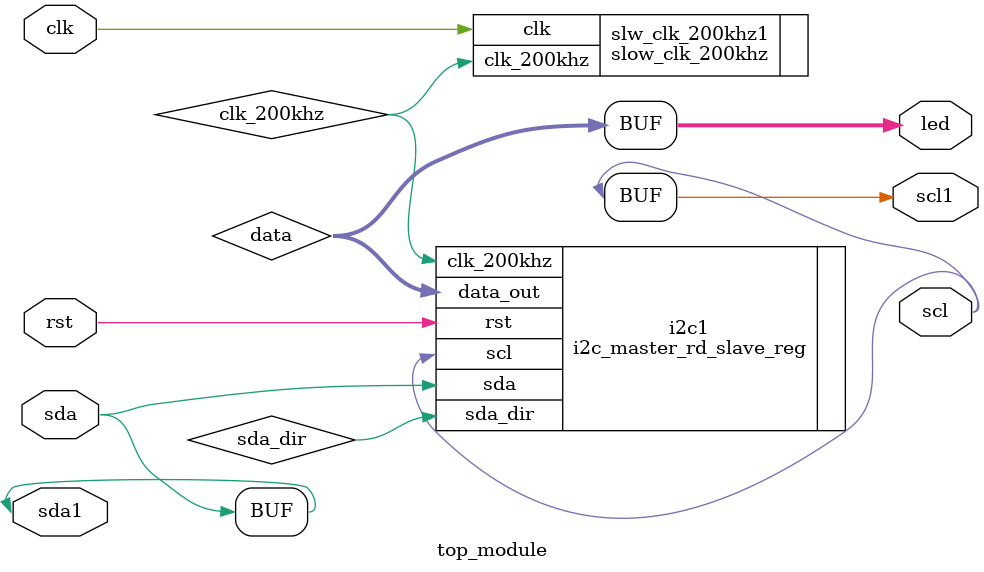
<source format=v>
`timescale 1ns / 1ps


module top_module(
    input clk, rst,
    inout sda, sda1,
    output scl, scl1,
    output [7:0] led
    );
    assign scl1 = scl;
    assign sda1 = sda;
    
    
    wire sda_dir, clk_200khz;
    wire [7:0] data;

    
    i2c_master_rd_slave_reg i2c1 (
    .clk_200khz(clk_200khz),    //operating 200KHz clk  
    .rst(rst),           //reset
    .sda(sda),           //bidirectional SDA line
    .scl(scl),           //SCL line of 10KHz
    .sda_dir(sda_dir),      //data direction on SDA from/to Master
    .data_out(data)
    );
    
    slow_clk_200khz slw_clk_200khz1(
    .clk(clk), //100MHz
    .clk_200khz(clk_200khz)
    );
    
    assign led = data;
    assign sda1 = sda;
    assign scl1 = scl;
endmodule

</source>
